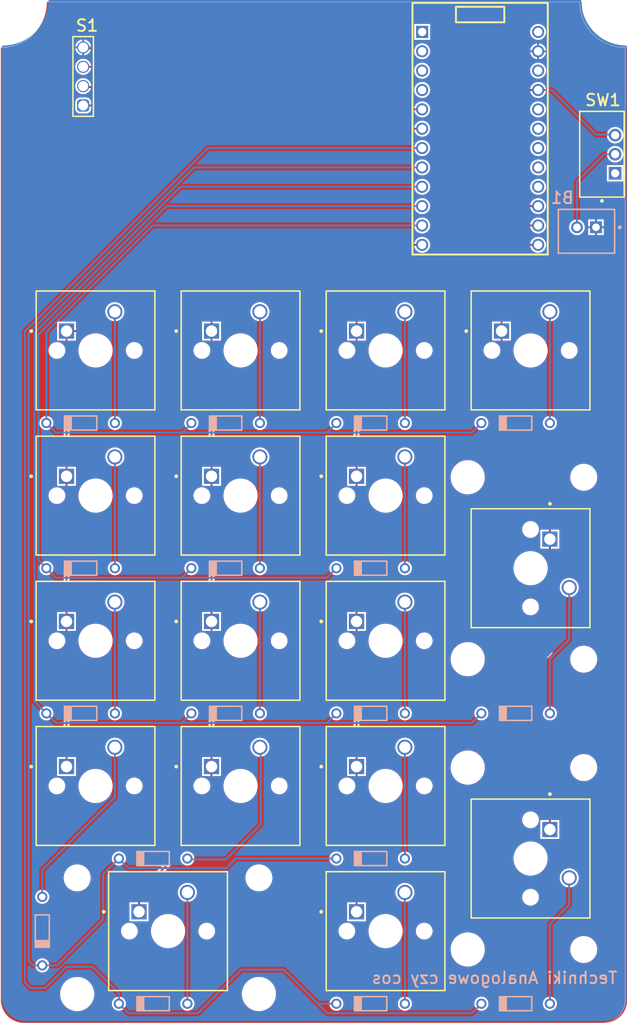
<source format=kicad_pcb>
(kicad_pcb (version 20241229) (generator "pcbnew") (generator_version "9.0")
  (layers (0 "F.Cu" signal "Top Layer") (2 "B.Cu" signal "Bottom Layer") (13 "F.Paste" user "Top Paste") (15 "B.Paste" user "Bottom Paste") (5 "F.SilkS" user "Top Overlay") (7 "B.SilkS" user "Bottom Overlay") (1 "F.Mask" user "Top Solder") (3 "B.Mask" user "Bottom Solder") (25 "Edge.Cuts" user))
  (property "SHEETTOTAL" "1")
  (net 0 "")
  (net 1 "NetMCU1_15")
  (net 2 "NetMCU1_13")
  (net 3 "NetMCU1_14")
  (net 4 "NetMCU1_12")
  (net 5 "NetMCU1_6")
  (net 6 "NetMCU1_5")
  (net 7 "NetD16_2")
  (net 8 "NetD16_1")
  (net 9 "NetD17_1")
  (net 10 "NetD18_1")
  (net 11 "NetD13_2")
  (net 12 "NetD13_1")
  (net 13 "NetD14_1")
  (net 14 "NetD15_1")
  (net 15 "NetD9_2")
  (net 16 "NetD9_1")
  (net 17 "NetD10_1")
  (net 18 "NetD11_1")
  (net 19 "NetD12_1")
  (net 20 "NetD6_2")
  (net 21 "NetD6_1")
  (net 22 "NetD7_1")
  (net 23 "NetD8_1")
  (net 24 "NetD2_2")
  (net 25 "NetD2_1")
  (net 26 "NetD3_1")
  (net 27 "NetD4_1")
  (net 28 "NetD5_1")
  (net 29 "GND")
  (net 30 "+3.7")
  (net 31 "NetJ1_2")
  (footprint "Vault:CHRY-MX1A-11NW_V" (layer "F.Cu") (at 177.0761 83.7536)
    (property "Reference" "SW5" (hide yes))
    (property "Value" "MX1A-11NW" (hide yes))
    (pad "" np_thru_hole circle (at -5.08 0) (size 1 1) (drill 1.7018) (layers "*.Cu" "*.Mask"))
    (pad "" np_thru_hole circle (at 0 0) (size 1 1) (drill 3.9878) (layers "*.Cu" "*.Mask"))
    (pad "" np_thru_hole circle (at 5.08 0) (size 1 1) (drill 1.7018) (layers "*.Cu" "*.Mask"))
    (pad "1" thru_hole rect (at -3.81 -2.54) (size 2 2) (drill 1.4986) (layers "*.Cu" "*.Mask") (net 2 "NetMCU1_13"))
    (pad "2" thru_hole circle (at 2.54 -5.08) (size 2 2) (drill 1.4986) (layers "*.Cu" "*.Mask") (net 28 "NetD5_1"))
  )
  (footprint "" (layer "F.Cu") (at 141.38911 168.20861)
    (property "Reference" "" (at 0 0 0) (layer "F.SilkS") (effects (font (size 1.27 1.27))))
    (property "Value" "")
    (pad "0" thru_hole circle (at 0 0) (size 0 0) (drill 3.9878) (layers "*.Cu" "*.Mask"))
  )
  (footprint "Vault:FP-1825115-1-MFG" (layer "F.Cu") (at 186.4531 58.0036 90)
    (property "Reference" "SW1" (at 7.104148 0.127005 0) (layer "F.SilkS") (effects (font (size 1.524 1.524) (thickness 0.254))))
    (property "Value" "1825115-1" (hide yes))
    (pad "1" thru_hole rect (at -2.5 1.73322 90) (size 1.6668 1.6668) (drill 1.0668) (layers "*.Cu" "*.Mask"))
    (pad "2" thru_hole circle (at 0 1.73322 90) (size 1.6668 1.6668) (drill 1.0668) (layers "*.Cu" "*.Mask") (net 31 "NetJ1_2"))
    (pad "3" thru_hole circle (at 2.5 1.73322 90) (size 1.6668 1.6668) (drill 1.0668) (layers "*.Cu" "*.Mask") (net 30 "+3.7"))
  )
  (footprint "" (layer "F.Cu") (at 184.06111 162.36661)
    (property "Reference" "" (at 0 0 0) (layer "F.SilkS") (effects (font (size 1.27 1.27))))
    (property "Value" "")
    (pad "0" thru_hole circle (at 0 0 270) (size 0 0) (drill 3.048) (layers "*.Cu" "*.Mask"))
  )
  (footprint "" (layer "F.Cu") (at 184.06111 100.39061)
    (property "Reference" "" (at 0 0 0) (layer "F.SilkS") (effects (font (size 1.27 1.27))))
    (property "Value" "")
    (pad "0" thru_hole circle (at 0 0 270) (size 0 0) (drill 3.048) (layers "*.Cu" "*.Mask"))
  )
  (footprint "" (layer "F.Cu") (at 141.38911 152.96861)
    (property "Reference" "" (at 0 0 0) (layer "F.SilkS") (effects (font (size 1.27 1.27))))
    (property "Value" "")
    (pad "0" thru_hole circle (at 0 0) (size 0 0) (drill 3.048) (layers "*.Cu" "*.Mask"))
  )
  (footprint "PcbLib1:PRO MICRO" (layer "F.Cu") (at 162.8311 41.9556)
    (property "Reference" "" (at -1.90582 -2.993908 0) (layer "F.SilkS") (effects (font (size 1.524 1.524) (thickness 0.254))))
    (property "Value" "PRO MICRO" (hide yes))
    (pad "1" thru_hole rect (at 0 0) (size 1.6 1.6) (drill 1.1) (layers "*.Cu" "*.Mask"))
    (pad "2" thru_hole circle (at 0 2.54) (size 1.6 1.6) (drill 1.1) (layers "*.Cu" "*.Mask"))
    (pad "3" thru_hole circle (at 0 5.08) (size 1.6 1.6) (drill 1.1) (layers "*.Cu" "*.Mask"))
    (pad "4" thru_hole circle (at 0 7.62) (size 1.6 1.6) (drill 1.1) (layers "*.Cu" "*.Mask"))
    (pad "5" thru_hole circle (at 0 10.16) (size 1.6 1.6) (drill 1.1) (layers "*.Cu" "*.Mask") (net 6 "NetMCU1_5"))
    (pad "6" thru_hole circle (at 0 12.7) (size 1.6 1.6) (drill 1.1) (layers "*.Cu" "*.Mask") (net 5 "NetMCU1_6"))
    (pad "7" thru_hole circle (at 0 15.24) (size 1.6 1.6) (drill 1.1) (layers "*.Cu" "*.Mask") (net 7 "NetD16_2"))
    (pad "8" thru_hole circle (at 0 17.78) (size 1.6 1.6) (drill 1.1) (layers "*.Cu" "*.Mask") (net 11 "NetD13_2"))
    (pad "9" thru_hole circle (at 0 20.32) (size 1.6 1.6) (drill 1.1) (layers "*.Cu" "*.Mask") (net 15 "NetD9_2"))
    (pad "10" thru_hole circle (at 0 22.86) (size 1.6 1.6) (drill 1.1) (layers "*.Cu" "*.Mask") (net 20 "NetD6_2"))
    (pad "11" thru_hole circle (at 0 25.4) (size 1.6 1.6) (drill 1.1) (layers "*.Cu" "*.Mask") (net 24 "NetD2_2"))
    (pad "12" thru_hole circle (at 0 27.94) (size 1.6 1.6) (drill 1.1) (layers "*.Cu" "*.Mask") (net 4 "NetMCU1_12"))
    (pad "13" thru_hole circle (at 15.24 27.94) (size 1.6 1.6) (drill 1.1) (layers "*.Cu" "*.Mask") (net 2 "NetMCU1_13"))
    (pad "14" thru_hole circle (at 15.24 25.4) (size 1.6 1.6) (drill 1.1) (layers "*.Cu" "*.Mask") (net 3 "NetMCU1_14"))
    (pad "15" thru_hole circle (at 15.24 22.86) (size 1.6 1.6) (drill 1.1) (layers "*.Cu" "*.Mask") (net 1 "NetMCU1_15"))
    (pad "16" thru_hole circle (at 15.24 20.32) (size 1.6 1.6) (drill 1.1) (layers "*.Cu" "*.Mask"))
    (pad "17" thru_hole circle (at 15.24 17.78) (size 1.6 1.6) (drill 1.1) (layers "*.Cu" "*.Mask"))
    (pad "18" thru_hole circle (at 15.24 15.24) (size 1.6 1.6) (drill 1.1) (layers "*.Cu" "*.Mask"))
    (pad "19" thru_hole circle (at 15.24 12.7) (size 1.6 1.6) (drill 1.1) (layers "*.Cu" "*.Mask"))
    (pad "20" thru_hole circle (at 15.24 10.16) (size 1.6 1.6) (drill 1.1) (layers "*.Cu" "*.Mask"))
    (pad "21" thru_hole circle (at 15.24 7.62) (size 1.6 1.6) (drill 1.1) (layers "*.Cu" "*.Mask") (net 30 "+3.7"))
    (pad "22" thru_hole circle (at 15.24 5.08) (size 1.6 1.6) (drill 1.1) (layers "*.Cu" "*.Mask"))
    (pad "23" thru_hole circle (at 15.24 2.54) (size 1.6 1.6) (drill 1.1) (layers "*.Cu" "*.Mask") (net 29 "GND"))
    (pad "24" thru_hole circle (at 15.24 0) (size 1.6 1.6) (drill 1.1) (layers "*.Cu" "*.Mask"))
  )
  (footprint "" (layer "F.Cu") (at 168.82111 124.26661)
    (property "Reference" "" (at 0 0 0) (layer "F.SilkS") (effects (font (size 1.27 1.27))))
    (property "Value" "")
    (pad "0" thru_hole circle (at 0 0 270) (size 0 0) (drill 3.9878) (layers "*.Cu" "*.Mask"))
  )
  (footprint "" (layer "F.Cu") (at 117.51311 168.20861)
    (property "Reference" "" (at 0 0 0) (layer "F.SilkS") (effects (font (size 1.27 1.27))))
    (property "Value" "")
    (pad "0" thru_hole circle (at 0 0) (size 0 0) (drill 3.9878) (layers "*.Cu" "*.Mask"))
  )
  (footprint "" (layer "F.Cu") (at 184.06111 138.49061)
    (property "Reference" "" (at 0 0 0) (layer "F.SilkS") (effects (font (size 1.27 1.27))))
    (property "Value" "")
    (pad "0" thru_hole circle (at 0 0 270) (size 0 0) (drill 3.048) (layers "*.Cu" "*.Mask"))
  )
  (footprint "" (layer "F.Cu") (at 168.82111 162.36661)
    (property "Reference" "" (at 0 0 0) (layer "F.SilkS") (effects (font (size 1.27 1.27))))
    (property "Value" "")
    (pad "0" thru_hole circle (at 0 0 270) (size 0 0) (drill 3.9878) (layers "*.Cu" "*.Mask"))
  )
  (footprint "Vault:CHRY-MX1A-11NW_V" (layer "F.Cu") (at 158.0261 83.7536)
    (property "Reference" "SW4" (hide yes))
    (property "Value" "MX1A-11NW" (hide yes))
    (pad "" np_thru_hole circle (at -5.08 0) (size 1 1) (drill 1.7018) (layers "*.Cu" "*.Mask"))
    (pad "" np_thru_hole circle (at 0 0) (size 1 1) (drill 3.9878) (layers "*.Cu" "*.Mask"))
    (pad "" np_thru_hole circle (at 5.08 0) (size 1 1) (drill 1.7018) (layers "*.Cu" "*.Mask"))
    (pad "1" thru_hole rect (at -3.81 -2.54) (size 2 2) (drill 1.4986) (layers "*.Cu" "*.Mask") (net 3 "NetMCU1_14"))
    (pad "2" thru_hole circle (at 2.54 -5.08) (size 2 2) (drill 1.4986) (layers "*.Cu" "*.Mask") (net 27 "NetD4_1"))
  )
  (footprint "" (layer "F.Cu") (at 117.51311 152.96861)
    (property "Reference" "" (at 0 0 0) (layer "F.SilkS") (effects (font (size 1.27 1.27))))
    (property "Value" "")
    (pad "0" thru_hole circle (at 0 0) (size 0 0) (drill 3.048) (layers "*.Cu" "*.Mask"))
  )
  (footprint "" (layer "F.Cu") (at 184.06111 124.26661)
    (property "Reference" "" (at 0 0 0) (layer "F.SilkS") (effects (font (size 1.27 1.27))))
    (property "Value" "")
    (pad "0" thru_hole circle (at 0 0 270) (size 0 0) (drill 3.048) (layers "*.Cu" "*.Mask"))
  )
  (footprint "" (layer "F.Cu") (at 168.82111 100.39061)
    (property "Reference" "" (at 0 0 0) (layer "F.SilkS") (effects (font (size 1.27 1.27))))
    (property "Value" "")
    (pad "0" thru_hole circle (at 0 0 270) (size 0 0) (drill 3.9878) (layers "*.Cu" "*.Mask"))
  )
  (footprint "Vault:CHRY-MX1A-11NW_V" (layer "F.Cu") (at 138.9761 121.8536)
    (property "Reference" "SW10" (hide yes))
    (property "Value" "MX1A-11NW" (hide yes))
    (pad "" np_thru_hole circle (at -5.08 0) (size 1 1) (drill 1.7018) (layers "*.Cu" "*.Mask"))
    (pad "" np_thru_hole circle (at 0 0) (size 1 1) (drill 3.9878) (layers "*.Cu" "*.Mask"))
    (pad "" np_thru_hole circle (at 5.08 0) (size 1 1) (drill 1.7018) (layers "*.Cu" "*.Mask"))
    (pad "1" thru_hole rect (at -3.81 -2.54) (size 2 2) (drill 1.4986) (layers "*.Cu" "*.Mask") (net 1 "NetMCU1_15"))
    (pad "2" thru_hole circle (at 2.54 -5.08) (size 2 2) (drill 1.4986) (layers "*.Cu" "*.Mask") (net 17 "NetD10_1"))
  )
  (footprint "Vault:CHRY-MX1A-11NW_V" (layer "F.Cu") (at 129.4511 159.9536)
    (property "Reference" "SW16" (hide yes))
    (property "Value" "MX1A-11NW" (hide yes))
    (pad "" np_thru_hole circle (at -5.08 0) (size 1 1) (drill 1.7018) (layers "*.Cu" "*.Mask"))
    (pad "" np_thru_hole circle (at 0 0) (size 1 1) (drill 3.9878) (layers "*.Cu" "*.Mask"))
    (pad "" np_thru_hole circle (at 5.08 0) (size 1 1) (drill 1.7018) (layers "*.Cu" "*.Mask"))
    (pad "1" thru_hole rect (at -3.81 -2.54) (size 2 2) (drill 1.4986) (layers "*.Cu" "*.Mask") (net 1 "NetMCU1_15"))
    (pad "2" thru_hole circle (at 2.54 -5.08) (size 2 2) (drill 1.4986) (layers "*.Cu" "*.Mask") (net 8 "NetD16_1"))
  )
  (footprint "Vault:CHRY-MX1A-11NW_V" (layer "F.Cu") (at 138.9761 102.8036)
    (property "Reference" "SW7" (hide yes))
    (property "Value" "MX1A-11NW" (hide yes))
    (pad "" np_thru_hole circle (at -5.08 0) (size 1 1) (drill 1.7018) (layers "*.Cu" "*.Mask"))
    (pad "" np_thru_hole circle (at 0 0) (size 1 1) (drill 3.9878) (layers "*.Cu" "*.Mask"))
    (pad "" np_thru_hole circle (at 5.08 0) (size 1 1) (drill 1.7018) (layers "*.Cu" "*.Mask"))
    (pad "1" thru_hole rect (at -3.81 -2.54) (size 2 2) (drill 1.4986) (layers "*.Cu" "*.Mask") (net 1 "NetMCU1_15"))
    (pad "2" thru_hole circle (at 2.54 -5.08) (size 2 2) (drill 1.4986) (layers "*.Cu" "*.Mask") (net 22 "NetD7_1"))
  )
  (footprint "Vault:CHRY-MX1A-11NW_V" (layer "F.Cu") (at 119.9261 102.8036)
    (property "Reference" "SW6" (hide yes))
    (property "Value" "MX1A-11NW" (hide yes))
    (pad "" np_thru_hole circle (at -5.08 0) (size 1 1) (drill 1.7018) (layers "*.Cu" "*.Mask"))
    (pad "" np_thru_hole circle (at 0 0) (size 1 1) (drill 3.9878) (layers "*.Cu" "*.Mask"))
    (pad "" np_thru_hole circle (at 5.08 0) (size 1 1) (drill 1.7018) (layers "*.Cu" "*.Mask"))
    (pad "1" thru_hole rect (at -3.81 -2.54) (size 2 2) (drill 1.4986) (layers "*.Cu" "*.Mask") (net 4 "NetMCU1_12"))
    (pad "2" thru_hole circle (at 2.54 -5.08) (size 2 2) (drill 1.4986) (layers "*.Cu" "*.Mask") (net 21 "NetD6_1"))
  )
  (footprint "Vault:CHRY-MX1A-11NW_V" (layer "F.Cu") (at 138.9761 140.9036)
    (property "Reference" "SW14" (hide yes))
    (property "Value" "MX1A-11NW" (hide yes))
    (pad "" np_thru_hole circle (at -5.08 0) (size 1 1) (drill 1.7018) (layers "*.Cu" "*.Mask"))
    (pad "" np_thru_hole circle (at 0 0) (size 1 1) (drill 3.9878) (layers "*.Cu" "*.Mask"))
    (pad "" np_thru_hole circle (at 5.08 0) (size 1 1) (drill 1.7018) (layers "*.Cu" "*.Mask"))
    (pad "1" thru_hole rect (at -3.81 -2.54) (size 2 2) (drill 1.4986) (layers "*.Cu" "*.Mask") (net 1 "NetMCU1_15"))
    (pad "2" thru_hole circle (at 2.54 -5.08) (size 2 2) (drill 1.4986) (layers "*.Cu" "*.Mask") (net 13 "NetD14_1"))
  )
  (footprint "Vault:CHRY-MX1A-11NW_V" (layer "F.Cu") (at 119.9261 121.8536)
    (property "Reference" "SW9" (hide yes))
    (property "Value" "MX1A-11NW" (hide yes))
    (pad "" np_thru_hole circle (at -5.08 0) (size 1 1) (drill 1.7018) (layers "*.Cu" "*.Mask"))
    (pad "" np_thru_hole circle (at 0 0) (size 1 1) (drill 3.9878) (layers "*.Cu" "*.Mask"))
    (pad "" np_thru_hole circle (at 5.08 0) (size 1 1) (drill 1.7018) (layers "*.Cu" "*.Mask"))
    (pad "1" thru_hole rect (at -3.81 -2.54) (size 2 2) (drill 1.4986) (layers "*.Cu" "*.Mask") (net 4 "NetMCU1_12"))
    (pad "2" thru_hole circle (at 2.54 -5.08) (size 2 2) (drill 1.4986) (layers "*.Cu" "*.Mask") (net 16 "NetD9_1"))
  )
  (footprint "Vault:CHRY-MX1A-11NW_V" (layer "F.Cu") (at 119.9261 140.9036)
    (property "Reference" "SW13" (hide yes))
    (property "Value" "MX1A-11NW" (hide yes))
    (pad "" np_thru_hole circle (at -5.08 0) (size 1 1) (drill 1.7018) (layers "*.Cu" "*.Mask"))
    (pad "" np_thru_hole circle (at 0 0) (size 1 1) (drill 3.9878) (layers "*.Cu" "*.Mask"))
    (pad "" np_thru_hole circle (at 5.08 0) (size 1 1) (drill 1.7018) (layers "*.Cu" "*.Mask"))
    (pad "1" thru_hole rect (at -3.81 -2.54) (size 2 2) (drill 1.4986) (layers "*.Cu" "*.Mask") (net 4 "NetMCU1_12"))
    (pad "2" thru_hole circle (at 2.54 -5.08) (size 2 2) (drill 1.4986) (layers "*.Cu" "*.Mask") (net 12 "NetD13_1"))
  )
  (footprint "Vault:CHRY-MX1A-11NW_V" (layer "F.Cu") (at 158.0261 121.8536)
    (property "Reference" "SW11" (hide yes))
    (property "Value" "MX1A-11NW" (hide yes))
    (pad "" np_thru_hole circle (at -5.08 0) (size 1 1) (drill 1.7018) (layers "*.Cu" "*.Mask"))
    (pad "" np_thru_hole circle (at 0 0) (size 1 1) (drill 3.9878) (layers "*.Cu" "*.Mask"))
    (pad "" np_thru_hole circle (at 5.08 0) (size 1 1) (drill 1.7018) (layers "*.Cu" "*.Mask"))
    (pad "1" thru_hole rect (at -3.81 -2.54) (size 2 2) (drill 1.4986) (layers "*.Cu" "*.Mask") (net 3 "NetMCU1_14"))
    (pad "2" thru_hole circle (at 2.54 -5.08) (size 2 2) (drill 1.4986) (layers "*.Cu" "*.Mask") (net 18 "NetD11_1"))
  )
  (footprint "Vault:CHRY-MX1A-11NW_V" (layer "F.Cu") (at 119.9261 83.7536)
    (property "Reference" "SW2" (hide yes))
    (property "Value" "MX1A-11NW" (hide yes))
    (pad "" np_thru_hole circle (at -5.08 0) (size 1 1) (drill 1.7018) (layers "*.Cu" "*.Mask"))
    (pad "" np_thru_hole circle (at 0 0) (size 1 1) (drill 3.9878) (layers "*.Cu" "*.Mask"))
    (pad "" np_thru_hole circle (at 5.08 0) (size 1 1) (drill 1.7018) (layers "*.Cu" "*.Mask"))
    (pad "1" thru_hole rect (at -3.81 -2.54) (size 2 2) (drill 1.4986) (layers "*.Cu" "*.Mask") (net 4 "NetMCU1_12"))
    (pad "2" thru_hole circle (at 2.54 -5.08) (size 2 2) (drill 1.4986) (layers "*.Cu" "*.Mask") (net 25 "NetD2_1"))
  )
  (footprint "Vault:CHRY-MX1A-11NW_V" (layer "F.Cu") (at 177.0761 112.3286 -90)
    (property "Reference" "SW12" (hide yes))
    (property "Value" "MX1A-11NW" (hide yes))
    (pad "" np_thru_hole circle (at -5.08 0 270) (size 1 1) (drill 1.7018) (layers "*.Cu" "*.Mask"))
    (pad "" np_thru_hole circle (at 0 0 270) (size 1 1) (drill 3.9878) (layers "*.Cu" "*.Mask"))
    (pad "" np_thru_hole circle (at 5.08 0 270) (size 1 1) (drill 1.7018) (layers "*.Cu" "*.Mask"))
    (pad "1" thru_hole rect (at -3.81 -2.54 270) (size 2 2) (drill 1.4986) (layers "*.Cu" "*.Mask") (net 2 "NetMCU1_13"))
    (pad "2" thru_hole circle (at 2.54 -5.08 270) (size 2 2) (drill 1.4986) (layers "*.Cu" "*.Mask") (net 19 "NetD12_1"))
  )
  (footprint "Vault:CHRY-MX1A-11NW_V" (layer "F.Cu") (at 177.0761 150.4286 -90)
    (property "Reference" "SW118" (hide yes))
    (property "Value" "MX1A-11NW" (hide yes))
    (pad "" np_thru_hole circle (at -5.08 0 270) (size 1 1) (drill 1.7018) (layers "*.Cu" "*.Mask"))
    (pad "" np_thru_hole circle (at 0 0 270) (size 1 1) (drill 3.9878) (layers "*.Cu" "*.Mask"))
    (pad "" np_thru_hole circle (at 5.08 0 270) (size 1 1) (drill 1.7018) (layers "*.Cu" "*.Mask"))
    (pad "1" thru_hole rect (at -3.81 -2.54 270) (size 2 2) (drill 1.4986) (layers "*.Cu" "*.Mask") (net 2 "NetMCU1_13"))
    (pad "2" thru_hole circle (at 2.54 -5.08 270) (size 2 2) (drill 1.4986) (layers "*.Cu" "*.Mask") (net 10 "NetD18_1"))
  )
  (footprint "" (layer "F.Cu") (at 168.82111 138.49061)
    (property "Reference" "" (at 0 0 0) (layer "F.SilkS") (effects (font (size 1.27 1.27))))
    (property "Value" "")
    (pad "0" thru_hole circle (at 0 0 270) (size 0 0) (drill 3.9878) (layers "*.Cu" "*.Mask"))
  )
  (footprint "Vault:CHRY-MX1A-11NW_V" (layer "F.Cu") (at 138.9761 83.7536)
    (property "Reference" "SW3" (hide yes))
    (property "Value" "MX1A-11NW" (hide yes))
    (pad "" np_thru_hole circle (at -5.08 0) (size 1 1) (drill 1.7018) (layers "*.Cu" "*.Mask"))
    (pad "" np_thru_hole circle (at 0 0) (size 1 1) (drill 3.9878) (layers "*.Cu" "*.Mask"))
    (pad "" np_thru_hole circle (at 5.08 0) (size 1 1) (drill 1.7018) (layers "*.Cu" "*.Mask"))
    (pad "1" thru_hole rect (at -3.81 -2.54) (size 2 2) (drill 1.4986) (layers "*.Cu" "*.Mask") (net 1 "NetMCU1_15"))
    (pad "2" thru_hole circle (at 2.54 -5.08) (size 2 2) (drill 1.4986) (layers "*.Cu" "*.Mask") (net 26 "NetD3_1"))
  )
  (footprint "Vault:CHRY-MX1A-11NW_V" (layer "F.Cu") (at 158.0261 102.8036)
    (property "Reference" "SW8" (hide yes))
    (property "Value" "MX1A-11NW" (hide yes))
    (pad "" np_thru_hole circle (at -5.08 0) (size 1 1) (drill 1.7018) (layers "*.Cu" "*.Mask"))
    (pad "" np_thru_hole circle (at 0 0) (size 1 1) (drill 3.9878) (layers "*.Cu" "*.Mask"))
    (pad "" np_thru_hole circle (at 5.08 0) (size 1 1) (drill 1.7018) (layers "*.Cu" "*.Mask"))
    (pad "1" thru_hole rect (at -3.81 -2.54) (size 2 2) (drill 1.4986) (layers "*.Cu" "*.Mask") (net 3 "NetMCU1_14"))
    (pad "2" thru_hole circle (at 2.54 -5.08) (size 2 2) (drill 1.4986) (layers "*.Cu" "*.Mask") (net 23 "NetD8_1"))
  )
  (footprint "Vault:CHRY-MX1A-11NW_V" (layer "F.Cu") (at 158.0261 159.9536)
    (property "Reference" "SW17" (hide yes))
    (property "Value" "MX1A-11NW" (hide yes))
    (pad "" np_thru_hole circle (at -5.08 0) (size 1 1) (drill 1.7018) (layers "*.Cu" "*.Mask"))
    (pad "" np_thru_hole circle (at 0 0) (size 1 1) (drill 3.9878) (layers "*.Cu" "*.Mask"))
    (pad "" np_thru_hole circle (at 5.08 0) (size 1 1) (drill 1.7018) (layers "*.Cu" "*.Mask"))
    (pad "1" thru_hole rect (at -3.81 -2.54) (size 2 2) (drill 1.4986) (layers "*.Cu" "*.Mask") (net 3 "NetMCU1_14"))
    (pad "2" thru_hole circle (at 2.54 -5.08) (size 2 2) (drill 1.4986) (layers "*.Cu" "*.Mask") (net 9 "NetD17_1"))
  )
  (footprint "Vault:61300411121" (layer "F.Cu") (at 118.3011 47.7976 90)
    (property "Reference" "S1" (at 6.677148 0.508 0) (layer "F.SilkS") (effects (font (size 1.524 1.524) (thickness 0.254))))
    (property "Value" "61300411121" (hide yes))
    (pad "1" thru_hole roundrect (at -3.81 0 90) (size 1.6 1.6) (drill 1.3) (layers "*.Cu" "*.Mask") (net 5 "NetMCU1_6"))
    (pad "2" thru_hole circle (at -1.27 0 90) (size 1.6 1.6) (drill 1.3) (layers "*.Cu" "*.Mask") (net 6 "NetMCU1_5"))
    (pad "3" thru_hole circle (at 1.27 0 90) (size 1.6 1.6) (drill 1.3) (layers "*.Cu" "*.Mask") (net 30 "+3.7"))
    (pad "4" thru_hole circle (at 3.81 0 90) (size 1.6 1.6) (drill 1.3) (layers "*.Cu" "*.Mask") (net 29 "GND"))
  )
  (footprint "Vault:CHRY-MX1A-11NW_V" (layer "F.Cu") (at 158.0261 140.9036)
    (property "Reference" "SW15" (hide yes))
    (property "Value" "MX1A-11NW" (hide yes))
    (pad "" np_thru_hole circle (at -5.08 0) (size 1 1) (drill 1.7018) (layers "*.Cu" "*.Mask"))
    (pad "" np_thru_hole circle (at 0 0) (size 1 1) (drill 3.9878) (layers "*.Cu" "*.Mask"))
    (pad "" np_thru_hole circle (at 5.08 0) (size 1 1) (drill 1.7018) (layers "*.Cu" "*.Mask"))
    (pad "1" thru_hole rect (at -3.81 -2.54) (size 2 2) (drill 1.4986) (layers "*.Cu" "*.Mask") (net 3 "NetMCU1_14"))
    (pad "2" thru_hole circle (at 2.54 -5.08) (size 2 2) (drill 1.4986) (layers "*.Cu" "*.Mask") (net 14 "NetD15_1"))
  )
  (footprint "Vault:NXP-SOD27-2_V" (layer "B.Cu") (at 156.0661 112.3286 180)
    (property "Reference" "D8" (hide yes))
    (property "Value" "1N4148" (hide yes))
    (pad "1" thru_hole circle (at -4.5 0 180) (size 1.35 1.35) (drill 0.85) (layers "*.Cu" "*.Mask") (net 23 "NetD8_1"))
    (pad "2" thru_hole circle (at 4.5 0 180) (size 1.35 1.35) (drill 0.85) (layers "*.Cu" "*.Mask") (net 20 "NetD6_2"))
  )
  (footprint "Vault:NXP-SOD27-2_V" (layer "B.Cu") (at 127.4911 150.4286 180)
    (property "Reference" "D14" (hide yes))
    (property "Value" "1N4148" (hide yes))
    (pad "1" thru_hole circle (at -4.5 0 180) (size 1.35 1.35) (drill 0.85) (layers "*.Cu" "*.Mask") (net 13 "NetD14_1"))
    (pad "2" thru_hole circle (at 4.5 0 180) (size 1.35 1.35) (drill 0.85) (layers "*.Cu" "*.Mask") (net 11 "NetD13_2"))
  )
  (footprint "Vault:NXP-SOD27-2_V" (layer "B.Cu") (at 117.9661 131.3786 180)
    (property "Reference" "D9" (hide yes))
    (property "Value" "1N4148" (hide yes))
    (pad "1" thru_hole circle (at -4.5 0 180) (size 1.35 1.35) (drill 0.85) (layers "*.Cu" "*.Mask") (net 16 "NetD9_1"))
    (pad "2" thru_hole circle (at 4.5 0 180) (size 1.35 1.35) (drill 0.85) (layers "*.Cu" "*.Mask") (net 15 "NetD9_2"))
  )
  (footprint "Vault:NXP-SOD27-2_V" (layer "B.Cu") (at 175.1161 131.3786 180)
    (property "Reference" "D12" (hide yes))
    (property "Value" "1N4148" (hide yes))
    (pad "1" thru_hole circle (at -4.5 0 180) (size 1.35 1.35) (drill 0.85) (layers "*.Cu" "*.Mask") (net 19 "NetD12_1"))
    (pad "2" thru_hole circle (at 4.5 0 180) (size 1.35 1.35) (drill 0.85) (layers "*.Cu" "*.Mask") (net 15 "NetD9_2"))
  )
  (footprint "Vault:NXP-SOD27-2_V" (layer "B.Cu") (at 156.0661 131.3786 180)
    (property "Reference" "D11" (hide yes))
    (property "Value" "1N4148" (hide yes))
    (pad "1" thru_hole circle (at -4.5 0 180) (size 1.35 1.35) (drill 0.85) (layers "*.Cu" "*.Mask") (net 18 "NetD11_1"))
    (pad "2" thru_hole circle (at 4.5 0 180) (size 1.35 1.35) (drill 0.85) (layers "*.Cu" "*.Mask") (net 15 "NetD9_2"))
  )
  (footprint "Vault:NXP-SOD27-2_V" (layer "B.Cu") (at 137.0161 131.3786 180)
    (property "Reference" "D10" (hide yes))
    (property "Value" "1N4148" (hide yes))
    (pad "1" thru_hole circle (at -4.5 0 180) (size 1.35 1.35) (drill 0.85) (layers "*.Cu" "*.Mask") (net 17 "NetD10_1"))
    (pad "2" thru_hole circle (at 4.5 0 180) (size 1.35 1.35) (drill 0.85) (layers "*.Cu" "*.Mask") (net 15 "NetD9_2"))
  )
  (footprint "Vault:NXP-SOD27-2_V" (layer "B.Cu") (at 117.9661 93.2786 180)
    (property "Reference" "D2" (hide yes))
    (property "Value" "1N4148" (hide yes))
    (pad "1" thru_hole circle (at -4.5 0 180) (size 1.35 1.35) (drill 0.85) (layers "*.Cu" "*.Mask") (net 25 "NetD2_1"))
    (pad "2" thru_hole circle (at 4.5 0 180) (size 1.35 1.35) (drill 0.85) (layers "*.Cu" "*.Mask") (net 24 "NetD2_2"))
  )
  (footprint "Vault:NXP-SOD27-2_V" (layer "B.Cu") (at 112.9261 159.9536 -90)
    (property "Reference" "D13" (hide yes))
    (property "Value" "1N4148" (hide yes))
    (pad "1" thru_hole circle (at -4.5 0 270) (size 1.35 1.35) (drill 0.85) (layers "*.Cu" "*.Mask") (net 12 "NetD13_1"))
    (pad "2" thru_hole circle (at 4.5 0 270) (size 1.35 1.35) (drill 0.85) (layers "*.Cu" "*.Mask") (net 11 "NetD13_2"))
  )
  (footprint "Vault:NXP-SOD27-2_V" (layer "B.Cu") (at 137.0161 112.3286 180)
    (property "Reference" "D7" (hide yes))
    (property "Value" "1N4148" (hide yes))
    (pad "1" thru_hole circle (at -4.5 0 180) (size 1.35 1.35) (drill 0.85) (layers "*.Cu" "*.Mask") (net 22 "NetD7_1"))
    (pad "2" thru_hole circle (at 4.5 0 180) (size 1.35 1.35) (drill 0.85) (layers "*.Cu" "*.Mask") (net 20 "NetD6_2"))
  )
  (footprint "Vault:NXP-SOD27-2_V" (layer "B.Cu") (at 175.1161 169.4786 180)
    (property "Reference" "D18" (hide yes))
    (property "Value" "1N4148" (hide yes))
    (pad "1" thru_hole circle (at -4.5 0 180) (size 1.35 1.35) (drill 0.85) (layers "*.Cu" "*.Mask") (net 10 "NetD18_1"))
    (pad "2" thru_hole circle (at 4.5 0 180) (size 1.35 1.35) (drill 0.85) (layers "*.Cu" "*.Mask") (net 7 "NetD16_2"))
  )
  (footprint "Vault:NXP-SOD27-2_V" (layer "B.Cu") (at 127.4911 169.4786 180)
    (property "Reference" "D16" (hide yes))
    (property "Value" "1N4148" (hide yes))
    (pad "1" thru_hole circle (at -4.5 0 180) (size 1.35 1.35) (drill 0.85) (layers "*.Cu" "*.Mask") (net 8 "NetD16_1"))
    (pad "2" thru_hole circle (at 4.5 0 180) (size 1.35 1.35) (drill 0.85) (layers "*.Cu" "*.Mask") (net 7 "NetD16_2"))
  )
  (footprint "Vault:NXP-SOD27-2_V" (layer "B.Cu") (at 156.0661 150.4286 180)
    (property "Reference" "D15" (hide yes))
    (property "Value" "1N4148" (hide yes))
    (pad "1" thru_hole circle (at -4.5 0 180) (size 1.35 1.35) (drill 0.85) (layers "*.Cu" "*.Mask") (net 14 "NetD15_1"))
    (pad "2" thru_hole circle (at 4.5 0 180) (size 1.35 1.35) (drill 0.85) (layers "*.Cu" "*.Mask") (net 11 "NetD13_2"))
  )
  (footprint "Vault:NXP-SOD27-2_V" (layer "B.Cu") (at 156.0661 169.4786 180)
    (property "Reference" "D17" (hide yes))
    (property "Value" "1N4148" (hide yes))
    (pad "1" thru_hole circle (at -4.5 0 180) (size 1.35 1.35) (drill 0.85) (layers "*.Cu" "*.Mask") (net 9 "NetD17_1"))
    (pad "2" thru_hole circle (at 4.5 0 180) (size 1.35 1.35) (drill 0.85) (layers "*.Cu" "*.Mask") (net 7 "NetD16_2"))
  )
  (footprint "Vault:FP-B2B-XH-A_LF_SN-MFG" (layer "B.Cu") (at 184.4211 68.1176 180)
    (property "Reference" "B1" (at 3.175 4.391148 0) (layer "B.SilkS") (effects (font (size 1.524 1.524) (thickness 0.254)) (justify mirror)))
    (property "Value" "B2B-XH-A(LF)(SN)" (hide yes))
    (pad "1" thru_hole rect (at -1.25 0.525 180) (size 1.55 1.55) (drill 1) (layers "*.Cu" "*.Mask") (net 29 "GND"))
    (pad "2" thru_hole circle (at 1.25 0.525 180) (size 1.55 1.55) (drill 1) (layers "*.Cu" "*.Mask") (net 31 "NetJ1_2"))
  )
  (footprint "Vault:NXP-SOD27-2_V" (layer "B.Cu") (at 117.9661 112.3286 180)
    (property "Reference" "D6" (hide yes))
    (property "Value" "1N4148" (hide yes))
    (pad "1" thru_hole circle (at -4.5 0 180) (size 1.35 1.35) (drill 0.85) (layers "*.Cu" "*.Mask") (net 21 "NetD6_1"))
    (pad "2" thru_hole circle (at 4.5 0 180) (size 1.35 1.35) (drill 0.85) (layers "*.Cu" "*.Mask") (net 20 "NetD6_2"))
  )
  (footprint "Vault:NXP-SOD27-2_V" (layer "B.Cu") (at 175.1161 93.2786 180)
    (property "Reference" "D5" (hide yes))
    (property "Value" "1N4148" (hide yes))
    (pad "1" thru_hole circle (at -4.5 0 180) (size 1.35 1.35) (drill 0.85) (layers "*.Cu" "*.Mask") (net 28 "NetD5_1"))
    (pad "2" thru_hole circle (at 4.5 0 180) (size 1.35 1.35) (drill 0.85) (layers "*.Cu" "*.Mask") (net 24 "NetD2_2"))
  )
  (footprint "Vault:NXP-SOD27-2_V" (layer "B.Cu") (at 137.0161 93.2786 180)
    (property "Reference" "D3" (hide yes))
    (property "Value" "1N4148" (hide yes))
    (pad "1" thru_hole circle (at -4.5 0 180) (size 1.35 1.35) (drill 0.85) (layers "*.Cu" "*.Mask") (net 26 "NetD3_1"))
    (pad "2" thru_hole circle (at 4.5 0 180) (size 1.35 1.35) (drill 0.85) (layers "*.Cu" "*.Mask") (net 24 "NetD2_2"))
  )
  (footprint "Vault:NXP-SOD27-2_V" (layer "B.Cu") (at 156.0661 93.2786 180)
    (property "Reference" "D4" (hide yes))
    (property "Value" "1N4148" (hide yes))
    (pad "1" thru_hole circle (at -4.5 0 180) (size 1.35 1.35) (drill 0.85) (layers "*.Cu" "*.Mask") (net 27 "NetD4_1"))
    (pad "2" thru_hole circle (at 4.5 0 180) (size 1.35 1.35) (drill 0.85) (layers "*.Cu" "*.Mask") (net 24 "NetD2_2"))
  )
  (gr_line (start 183.5011 38.0036) (end 113.5011 38.0036) (stroke (width 0.05)) (layer "Edge.Cuts"))
  (gr_arc (start 110.5011 172.0036) (mid 108.37978 171.12492) (end 107.5011 169.0036) (stroke (width 0.05)) (layer "Edge.Cuts"))
  (gr_line (start 110.5011 172.0036) (end 186.5011 172.0036) (stroke (width 0.05)) (layer "Edge.Cuts"))
  (gr_line (start 189.5011 169.0036) (end 189.5011 44.0036) (stroke (width 0.05)) (layer "Edge.Cuts"))
  (gr_line (start 107.5011 44.0036) (end 107.5011 169.0036) (stroke (width 0.05)) (layer "Edge.Cuts"))
  (gr_arc (start 189.5011 169.0036) (mid 188.62242 171.12492) (end 186.5011 172.0036) (stroke (width 0.05)) (layer "Edge.Cuts"))
  (gr_arc (start 113.5011 38.0036) (mid 111.743741 42.246241) (end 107.5011 44.0036) (stroke (width 0.05)) (layer "Edge.Cuts"))
  (gr_arc (start 189.5011 44.0036) (mid 185.258459 42.246241) (end 183.5011 38.0036) (stroke (width 0.05)) (layer "Edge.Cuts"))
  (gr_text "Techniki Analogowe czy cos" (at 188.6121 166.98345 0) (layer "B.SilkS") (effects (font (size 1.524 1.524) (thickness 0.254)) (justify left bottom mirror)))
  (segment (start 135.1661 119.3136) (end 135.1661 100.2636) (width 0.254) (layer "F.Cu") (net 1))
  (segment (start 135.1451 138.3846) (end 135.1661 138.3636) (width 0.254) (layer "F.Cu") (net 1))
  (segment (start 135.1661 79.0606) (end 141.5371 72.6896) (width 0.254) (layer "F.Cu") (net 1))
  (segment (start 167.9111 72.6896) (end 175.7851 64.8156) (width 0.254) (layer "F.Cu") (net 1))
  (segment (start 135.1661 81.2136) (end 135.1661 79.0606) (width 0.254) (layer "F.Cu") (net 1))
  (segment (start 175.7851 64.8156) (end 178.0711 64.8156) (width 0.254) (layer "F.Cu") (net 1))
  (segment (start 125.6411 157.4136) (end 125.6411 154.9646) (width 0.254) (layer "F.Cu") (net 1))
  (segment (start 135.1661 138.3636) (end 135.1661 119.3136) (width 0.254) (layer "F.Cu") (net 1))
  (segment (start 125.6411 154.9646) (end 135.1451 145.4606) (width 0.254) (layer "F.Cu") (net 1))
  (segment (start 135.1451 145.4606) (end 135.1451 138.3846) (width 0.254) (layer "F.Cu") (net 1))
  (segment (start 141.5371 72.6896) (end 167.9111 72.6896) (width 0.254) (layer "F.Cu") (net 1))
  (segment (start 135.1661 100.2636) (end 135.1661 81.2136) (width 0.254) (layer "F.Cu") (net 1))
  (segment (start 176.9281 139.8726) (end 176.9281 125.9761) (width 0.254) (layer "F.Cu") (net 2))
  (segment (start 173.2661 91.6911) (end 179.6161 98.0411) (width 0.254) (layer "F.Cu") (net 2))
  (segment (start 179.6161 123.2881) (end 179.6161 108.5186) (width 0.254) (layer "F.Cu") (net 2))
  (segment (start 176.9281 139.8726) (end 179.6161 142.5606) (width 0.254) (layer "F.Cu") (net 2))
  (segment (start 176.9281 125.9761) (end 179.6161 123.2881) (width 0.254) (layer "F.Cu") (net 2))
  (segment (start 176.6741 69.8956) (end 178.0711 69.8956) (width 0.254) (layer "F.Cu") (net 2))
  (segment (start 173.2661 81.2136) (end 173.2661 73.3036) (width 0.254) (layer "F.Cu") (net 2))
  (segment (start 173.2661 73.3036) (end 176.6741 69.8956) (width 0.254) (layer "F.Cu") (net 2))
  (segment (start 173.2661 91.6911) (end 173.2661 81.2136) (width 0.254) (layer "F.Cu") (net 2))
  (segment (start 179.6161 146.6186) (end 179.6161 142.5606) (width 0.254) (layer "F.Cu") (net 2))
  (segment (start 179.6161 108.5186) (end 179.6161 98.0411) (width 0.254) (layer "F.Cu") (net 2))
  (segment (start 154.2161 78.5106) (end 158.0051 74.7216) (width 0.254) (layer "F.Cu") (net 3))
  (segment (start 154.2161 157.4136) (end 154.2161 138.3636) (width 0.254) (layer "F.Cu") (net 3))
  (segment (start 154.2161 119.3136) (end 154.2161 100.2636) (width 0.254) (layer "F.Cu") (net 3))
  (segment (start 154.2161 100.2636) (end 154.2161 81.2136) (width 0.254) (layer "F.Cu") (net 3))
  (segment (start 154.2161 81.2136) (end 154.2161 78.5106) (width 0.254) (layer "F.Cu") (net 3))
  (segment (start 169.0541 74.7216) (end 176.4201 67.3556) (width 0.254) (layer "F.Cu") (net 3))
  (segment (start 154.2161 138.3636) (end 154.2161 119.3136) (width 0.254) (layer "F.Cu") (net 3))
  (segment (start 158.0051 74.7216) (end 169.0541 74.7216) (width 0.254) (layer "F.Cu") (net 3))
  (segment (start 176.4201 67.3556) (end 178.0711 67.3556) (width 0.254) (layer "F.Cu") (net 3))
  (segment (start 117.7311 81.2136) (end 129.0491 69.8956) (width 0.254) (layer "F.Cu") (net 4))
  (segment (start 116.1161 100.2636) (end 116.1161 81.2136) (width 0.254) (layer "F.Cu") (net 4))
  (segment (start 116.1161 119.3136) (end 116.1161 100.2636) (width 0.254) (layer "F.Cu") (net 4))
  (segment (start 116.1161 138.3636) (end 116.1161 119.3136) (width 0.254) (layer "F.Cu") (net 4))
  (segment (start 129.0491 69.8956) (end 162.8311 69.8956) (width 0.254) (layer "F.Cu") (net 4))
  (segment (start 116.1161 81.2136) (end 117.7311 81.2136) (width 0.254) (layer "F.Cu") (net 4))
  (segment (start 159.4021 54.6556) (end 162.8311 54.6556) (width 0.254) (layer "F.Cu") (net 5))
  (segment (start 118.3011 51.6076) (end 156.3541 51.6076) (width 0.254) (layer "F.Cu") (net 5))
  (segment (start 156.3541 51.6076) (end 159.4021 54.6556) (width 0.254) (layer "F.Cu") (net 5))
  (segment (start 162.7041 54.7826) (end 162.8311 54.6556) (width 0.254) (layer "B.Cu") (net 5))
  (segment (start 156.4811 49.1946) (end 159.4021 52.1156) (width 0.254) (layer "F.Cu") (net 6))
  (segment (start 118.4281 49.1946) (end 156.4811 49.1946) (width 0.254) (layer "F.Cu") (net 6))
  (segment (start 159.4021 52.1156) (end 162.8311 52.1156) (width 0.254) (layer "F.Cu") (net 6))
  (segment (start 118.3011 49.0676) (end 118.4281 49.1946) (width 0.254) (layer "F.Cu") (net 6))
  (segment (start 111.3961 167.4316) (end 113.3011 167.4316) (width 0.254) (layer "B.Cu") (net 7))
  (segment (start 149.1301 169.4786) (end 151.5661 169.4786) (width 0.254) (layer "B.Cu") (net 7))
  (segment (start 113.3011 167.4316) (end 116.0951 164.6376) (width 0.254) (layer "B.Cu") (net 7))
  (segment (start 144.6701 165.0186) (end 149.1301 169.4786) (width 0.254) (layer "B.Cu") (net 7))
  (segment (start 139.0821 165.0186) (end 144.6701 165.0186) (width 0.254) (layer "B.Cu") (net 7))
  (segment (start 122.9911 169.4786) (end 122.9911 168.1046) (width 0.254) (layer "B.Cu") (net 7))
  (segment (start 110.6341 81.28311) (end 134.72161 57.1956) (width 0.254) (layer "B.Cu") (net 7))
  (segment (start 150.3851 170.7336) (end 169.3611 170.7336) (width 0.254) (layer "B.Cu") (net 7))
  (segment (start 124.2461 170.7336) (end 133.3671 170.7336) (width 0.254) (layer "B.Cu") (net 7))
  (segment (start 122.9911 169.4786) (end 124.2461 170.7336) (width 0.254) (layer "B.Cu") (net 7))
  (segment (start 119.5241 164.6376) (end 122.9911 168.1046) (width 0.254) (layer "B.Cu") (net 7))
  (segment (start 133.3671 170.7336) (end 139.0821 165.0186) (width 0.254) (layer "B.Cu") (net 7))
  (segment (start 149.1301 169.4786) (end 150.3851 170.7336) (width 0.254) (layer "B.Cu") (net 7))
  (segment (start 110.6341 166.6696) (end 111.3961 167.4316) (width 0.254) (layer "B.Cu") (net 7))
  (segment (start 134.72161 57.1956) (end 162.8311 57.1956) (width 0.254) (layer "B.Cu") (net 7))
  (segment (start 169.3611 170.7336) (end 170.6161 169.4786) (width 0.254) (layer "B.Cu") (net 7))
  (segment (start 110.6341 166.6696) (end 110.6341 81.28311) (width 0.254) (layer "B.Cu") (net 7))
  (segment (start 116.0951 164.6376) (end 119.5241 164.6376) (width 0.254) (layer "B.Cu") (net 7))
  (segment (start 131.9911 169.4786) (end 131.9911 154.8736) (width 0.254) (layer "B.Cu") (net 8))
  (segment (start 160.5661 169.4786) (end 160.5661 154.8736) (width 0.254) (layer "B.Cu") (net 9))
  (segment (start 182.1351 156.5096) (end 182.1351 152.9896) (width 0.254) (layer "B.Cu") (net 10))
  (segment (start 182.1351 152.9896) (end 182.1561 152.9686) (width 0.254) (layer "B.Cu") (net 10))
  (segment (start 179.6161 159.0286) (end 182.1351 156.5096) (width 0.254) (layer "B.Cu") (net 10))
  (segment (start 179.6161 169.4786) (end 179.6161 159.0286) (width 0.254) (layer "B.Cu") (net 10))
  (segment (start 114.8821 164.4536) (end 120.9211 158.4146) (width 0.254) (layer "B.Cu") (net 11))
  (segment (start 138.37381 150.4286) (end 151.5661 150.4286) (width 0.254) (layer "B.Cu") (net 11))
  (segment (start 111.7201 164.4536) (end 112.9261 164.4536) (width 0.254) (layer "B.Cu") (net 11))
  (segment (start 120.9211 152.4986) (end 122.9911 150.4286) (width 0.254) (layer "B.Cu") (net 11))
  (segment (start 122.9911 150.4516) (end 122.9911 150.4286) (width 0.254) (layer "B.Cu") (net 11))
  (segment (start 111.1421 81.49353) (end 132.90003 59.7356) (width 0.254) (layer "B.Cu") (net 11))
  (segment (start 122.9911 150.4516) (end 124.2231 151.6836) (width 0.254) (layer "B.Cu") (net 11))
  (segment (start 132.90003 59.7356) (end 162.8311 59.7356) (width 0.254) (layer "B.Cu") (net 11))
  (segment (start 120.9211 158.4146) (end 120.9211 152.4986) (width 0.254) (layer "B.Cu") (net 11))
  (segment (start 111.1421 163.8756) (end 111.7201 164.4536) (width 0.254) (layer "B.Cu") (net 11))
  (segment (start 111.1421 163.8756) (end 111.1421 81.49353) (width 0.254) (layer "B.Cu") (net 11))
  (segment (start 112.9261 164.4536) (end 114.8821 164.4536) (width 0.254) (layer "B.Cu") (net 11))
  (segment (start 124.2231 151.6836) (end 137.11881 151.6836) (width 0.254) (layer "B.Cu") (net 11))
  (segment (start 137.11881 151.6836) (end 138.37381 150.4286) (width 0.254) (layer "B.Cu") (net 11))
  (segment (start 112.9261 155.4536) (end 112.9261 155.3326) (width 0.254) (layer "B.Cu") (net 12))
  (segment (start 112.9261 155.3326) (end 112.9261 151.9316) (width 0.254) (layer "B.Cu") (net 12))
  (segment (start 122.4661 135.8236) (end 122.5721 135.9296) (width 0.254) (layer "B.Cu") (net 12))
  (segment (start 122.4661 142.3916) (end 122.4661 135.9296) (width 0.254) (layer "B.Cu") (net 12))
  (segment (start 112.9261 151.9316) (end 122.4661 142.3916) (width 0.254) (layer "B.Cu") (net 12))
  (segment (start 141.5161 135.8236) (end 141.6221 135.9296) (width 0.254) (layer "B.Cu") (net 13))
  (segment (start 131.9911 150.5406) (end 137.0501 150.5406) (width 0.254) (layer "B.Cu") (net 13))
  (segment (start 137.0501 150.5406) (end 141.6221 145.9686) (width 0.254) (layer "B.Cu") (net 13))
  (segment (start 141.6221 145.9686) (end 141.6221 135.9296) (width 0.254) (layer "B.Cu") (net 13))
  (segment (start 160.5661 150.4286) (end 160.5661 135.8236) (width 0.254) (layer "B.Cu") (net 14))
  (segment (start 111.9021 129.8146) (end 113.4661 131.3786) (width 0.254) (layer "B.Cu") (net 15))
  (segment (start 150.3111 132.6336) (end 169.3611 132.6336) (width 0.254) (layer "B.Cu") (net 15))
  (segment (start 131.2611 132.6336) (end 150.3111 132.6336) (width 0.254) (layer "B.Cu") (net 15))
  (segment (start 131.07845 62.2756) (end 162.8311 62.2756) (width 0.254) (layer "B.Cu") (net 15))
  (segment (start 131.2611 132.6336) (end 132.5161 131.3786) (width 0.254) (layer "B.Cu") (net 15))
  (segment (start 111.9021 129.8146) (end 111.9021 81.45195) (width 0.254) (layer "B.Cu") (net 15))
  (segment (start 150.3111 132.6336) (end 151.5661 131.3786) (width 0.254) (layer "B.Cu") (net 15))
  (segment (start 113.4661 131.3786) (end 114.7211 132.6336) (width 0.254) (layer "B.Cu") (net 15))
  (segment (start 169.3611 132.6336) (end 170.6161 131.3786) (width 0.254) (layer "B.Cu") (net 15))
  (segment (start 114.7211 132.6336) (end 131.2611 132.6336) (width 0.254) (layer "B.Cu") (net 15))
  (segment (start 111.9021 81.45195) (end 131.07845 62.2756) (width 0.254) (layer "B.Cu") (net 15))
  (segment (start 122.4661 131.3786) (end 122.4661 116.7736) (width 0.254) (layer "B.Cu") (net 16))
  (segment (start 141.5161 131.3786) (end 141.5161 116.7736) (width 0.254) (layer "B.Cu") (net 17))
  (segment (start 160.5661 131.3786) (end 160.5661 116.7736) (width 0.254) (layer "B.Cu") (net 18))
  (segment (start 182.1561 117.1186) (end 182.1561 114.8686) (width 0.254) (layer "B.Cu") (net 19))
  (segment (start 179.6161 131.3786) (end 179.6161 124.2306) (width 0.254) (layer "B.Cu") (net 19))
  (segment (start 182.1351 117.1396) (end 182.1561 117.1186) (width 0.254) (layer "B.Cu") (net 19))
  (segment (start 182.1351 121.7116) (end 182.1351 117.1396) (width 0.254) (layer "B.Cu") (net 19))
  (segment (start 179.6161 124.2306) (end 182.1351 121.7116) (width 0.254) (layer "B.Cu") (net 19))
  (segment (start 131.2611 113.5836) (end 150.3111 113.5836) (width 0.254) (layer "B.Cu") (net 20))
  (segment (start 114.7211 113.5836) (end 131.2611 113.5836) (width 0.254) (layer "B.Cu") (net 20))
  (segment (start 150.3111 113.5836) (end 151.5661 112.3286) (width 0.254) (layer "B.Cu") (net 20))
  (segment (start 131.2611 113.5836) (end 132.5161 112.3286) (width 0.254) (layer "B.Cu") (net 20))
  (segment (start 112.4101 81.66237) (end 129.25687 64.8156) (width 0.254) (layer "B.Cu") (net 20))
  (segment (start 129.25687 64.8156) (end 162.8311 64.8156) (width 0.254) (layer "B.Cu") (net 20))
  (segment (start 112.4101 111.2726) (end 112.4101 81.66237) (width 0.254) (layer "B.Cu") (net 20))
  (segment (start 113.4661 112.3286) (end 114.7211 113.5836) (width 0.254) (layer "B.Cu") (net 20))
  (segment (start 112.4101 111.2726) (end 113.4661 112.3286) (width 0.254) (layer "B.Cu") (net 20))
  (segment (start 122.4661 112.3286) (end 122.4661 97.7236) (width 0.254) (layer "B.Cu") (net 21))
  (segment (start 141.5161 112.3286) (end 141.5161 97.7236) (width 0.254) (layer "B.Cu") (net 22))
  (segment (start 160.5661 112.3286) (end 160.5661 97.7236) (width 0.254) (layer "B.Cu") (net 23))
  (segment (start 114.7211 94.5336) (end 131.3351 94.5336) (width 0.254) (layer "B.Cu") (net 24))
  (segment (start 113.4661 93.2786) (end 114.7211 94.5336) (width 0.254) (layer "B.Cu") (net 24))
  (segment (start 150.3111 94.5336) (end 169.3611 94.5336) (width 0.254) (layer "B.Cu") (net 24))
  (segment (start 132.5161 93.3526) (end 132.5161 93.2786) (width 0.254) (layer "B.Cu") (net 24))
  (segment (start 169.3611 94.5336) (end 170.6161 93.2786) (width 0.254) (layer "B.Cu") (net 24))
  (segment (start 113.4661 93.2786) (end 113.4661 81.32479) (width 0.254) (layer "B.Cu") (net 24))
  (segment (start 131.3351 94.5336) (end 132.5161 93.3526) (width 0.254) (layer "B.Cu") (net 24))
  (segment (start 151.4011 93.6446) (end 151.5661 93.6446) (width 0.254) (layer "B.Cu") (net 24))
  (segment (start 150.3111 94.5336) (end 151.5661 93.2786) (width 0.254) (layer "B.Cu") (net 24))
  (segment (start 131.3351 94.5336) (end 150.3111 94.5336) (width 0.254) (layer "B.Cu") (net 24))
  (segment (start 113.4661 81.32479) (end 127.43529 67.3556) (width 0.254) (layer "B.Cu") (net 24))
  (segment (start 127.43529 67.3556) (end 162.8311 67.3556) (width 0.254) (layer "B.Cu") (net 24))
  (segment (start 122.4661 93.2786) (end 122.4661 78.6736) (width 0.254) (layer "B.Cu") (net 25))
  (segment (start 122.4661 93.2786) (end 122.5221 93.3346) (width 0.254) (layer "B.Cu") (net 25))
  (segment (start 141.5161 93.3906) (end 141.5161 78.6736) (width 0.254) (layer "B.Cu") (net 26))
  (segment (start 141.5161 93.3906) (end 141.6431 93.5176) (width 0.254) (layer "B.Cu") (net 26))
  (segment (start 160.5661 93.3906) (end 160.5661 78.6736) (width 0.254) (layer "B.Cu") (net 27))
  (segment (start 179.6161 93.6446) (end 179.6161 78.6736) (width 0.254) (layer "B.Cu") (net 28))
  (segment (start 178.0711 44.4956) (end 180.1031 44.4956) (width 0.254) (layer "F.Cu") (net 29))
  (segment (start 118.3011 43.9876) (end 118.4281 44.1146) (width 0.254) (layer "F.Cu") (net 29))
  (segment (start 185.6711 67.5926) (end 185.6711 50.0636) (width 0.254) (layer "F.Cu") (net 29))
  (segment (start 167.85131 45.6766) (end 169.03231 44.4956) (width 0.254) (layer "F.Cu") (net 29))
  (segment (start 169.03231 44.4956) (end 178.0711 44.4956) (width 0.254) (layer "F.Cu") (net 29))
  (segment (start 180.1031 44.4956) (end 185.6711 50.0636) (width 0.254) (layer "F.Cu") (net 29))
  (segment (start 156.4811 44.1146) (end 158.0431 45.6766) (width 0.254) (layer "F.Cu") (net 29))
  (segment (start 118.4281 44.1146) (end 156.4811 44.1146) (width 0.254) (layer "F.Cu") (net 29))
  (segment (start 158.0431 45.6766) (end 167.85131 45.6766) (width 0.254) (layer "F.Cu") (net 29))
  (segment (start 156.4811 46.5276) (end 158.2591 48.3056) (width 0.254) (layer "F.Cu") (net 30))
  (segment (start 118.3011 46.5276) (end 156.4811 46.5276) (width 0.254) (layer "F.Cu") (net 30))
  (segment (start 167.6571 48.3056) (end 168.9271 49.5756) (width 0.254) (layer "F.Cu") (net 30))
  (segment (start 168.9271 49.5756) (end 178.0711 49.5756) (width 0.254) (layer "F.Cu") (net 30))
  (segment (start 158.2591 48.3056) (end 167.6571 48.3056) (width 0.254) (layer "F.Cu") (net 30))
  (segment (start 179.8491 49.5756) (end 185.6911 55.4176) (width 0.254) (layer "B.Cu") (net 30))
  (segment (start 178.0711 49.5756) (end 179.8491 49.5756) (width 0.254) (layer "B.Cu") (net 30))
  (segment (start 185.6911 55.4176) (end 188.10032 55.4176) (width 0.254) (layer "B.Cu") (net 30))
  (segment (start 177.9441 49.7026) (end 178.0711 49.5756) (width 0.254) (layer "B.Cu") (net 30))
  (arc (start 188.10032 55.4176) (mid 188.161131 55.442789) (end 188.18632 55.5036) (width 0.254) (layer "B.Cu") (net 30))
  (segment (start 186.7531 58.0036) (end 188.18632 58.0036) (width 0.254) (layer "B.Cu") (net 31))
  (segment (start 183.1711 61.5856) (end 186.7531 58.0036) (width 0.254) (layer "B.Cu") (net 31))
  (segment (start 183.1711 67.5926) (end 183.1711 61.5856) (width 0.254) (layer "B.Cu") (net 31))
  (zone (net 29) (net_name "GND") (layer "F.Cu") (connect_pads (clearance 0.5)) (min_thickness 0.25) (fill yes (thermal_gap 0.254) (thermal_bridge_width 0.254))
    (polygon (pts (xy 183.7861 38.0156) (arc (start 183.7861 38.0316) (mid 185.529693 42.241007) (end 189.7391 43.9846)) (xy 189.7551 43.9846) (arc (start 189.7551 169.000605) (mid 188.876426 171.121938) (end 186.755088 172.0006)) (xy 186.75509 172.0006) (arc (start 110.7551 172.0006) (mid 108.604077 171.109626) (end 107.7131 168.958605)) (xy 107.7131 168.9586) (xy 107.7131 43.9846) (arc (start 107.840098 43.9846) (mid 112.060821 42.23632) (end 113.8091 38.015596)) (xy 113.8091 38.0156)))
  )
  (zone (net 29) (net_name "GND") (layer "F.Cu") (priority 5) (connect_pads (clearance 0.5)) (min_thickness 0.25) (fill yes (thermal_gap 0.254) (thermal_bridge_width 0.254))
    (polygon (pts (xy 183.5321 38.0186) (arc (start 183.5321 38.0346) (mid 185.275693 42.244007) (end 189.4851 43.9876)) (xy 189.5011 43.9876) (arc (start 189.5011 169.003605) (mid 188.622426 171.124938) (end 186.501088 172.0036)) (xy 186.50109 172.0036) (arc (start 110.5011 172.0036) (mid 108.350077 171.112626) (end 107.4591 168.961605)) (xy 107.4591 168.9616) (xy 107.4591 43.9876) (arc (start 107.586098 43.9876) (mid 111.806821 42.23932) (end 113.5551 38.018596)) (xy 113.5551 38.0186)))
  )
  (zone (net 29) (net_name "GND") (layer "B.Cu") (priority 2) (connect_pads (clearance 0.5)) (min_thickness 0.25) (fill yes (thermal_gap 0.254) (thermal_bridge_width 0.254))
    (polygon (pts (xy 183.7226 37.7646) (arc (start 183.7226 37.7806) (mid 185.466193 41.990007) (end 189.6756 43.7336)) (xy 189.6916 43.7336) (arc (start 189.6916 168.749605) (mid 188.812926 170.870938) (end 186.691588 171.7496)) (xy 186.69159 171.7496) (arc (start 110.6916 171.7496) (mid 108.540577 170.858626) (end 107.6496 168.707605)) (xy 107.6496 168.7076) (xy 107.6496 43.7336) (arc (start 107.776598 43.7336) (mid 111.997321 41.98532) (end 113.7456 37.764596)) (xy 113.7456 37.7646)))
  )
)
</source>
